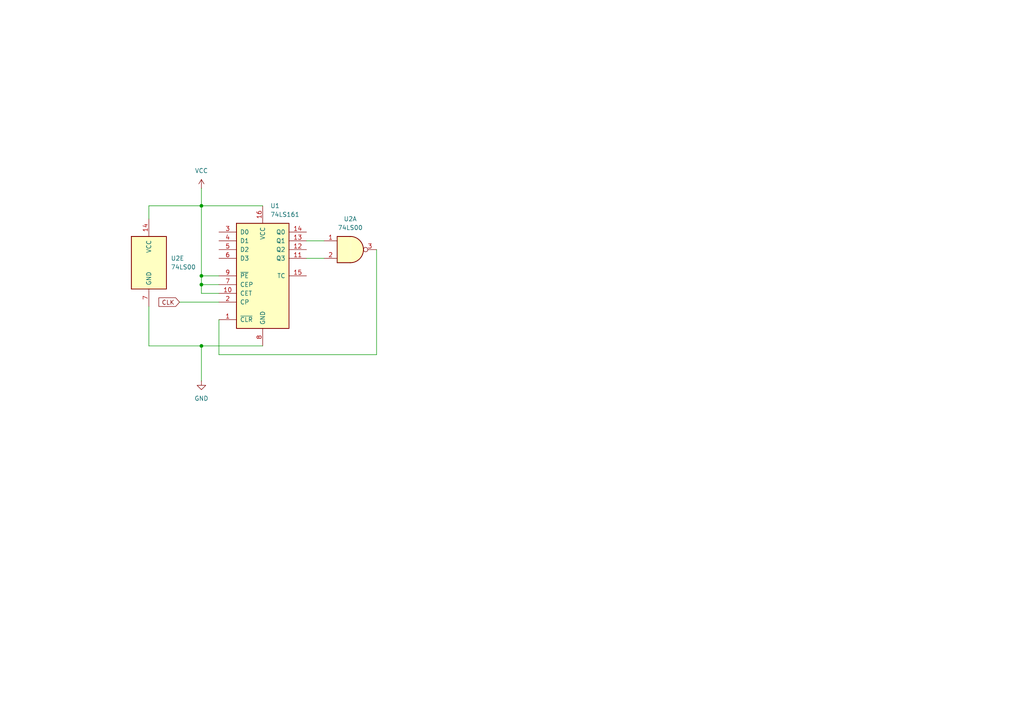
<source format=kicad_sch>
(kicad_sch (version 20231120) (generator "eeschema") (generator_version "8.0")
  (paper "A4")
  (lib_symbols
    (symbol "74xx:74LS00" (pin_names (offset 1.016))
      (property "Reference" "U" (at 0 1.27 0))
      (property "Value" "74LS00" (at 0 -1.27 0))
      (symbol "74LS00_1_1"
        (arc (start 0 -3.81) (mid 3.7934 0) (end 0 3.81) (stroke (width 0.254)) (fill (type background)))
        (polyline (pts (xy 0 3.81) (xy -3.81 3.81) (xy -3.81 -3.81) (xy 0 -3.81)) (stroke (width 0.254)) (fill (type background)))
        (pin input line (at -7.62 2.54 0) (length 3.81) (name "~") (number "1"))
        (pin input line (at -7.62 -2.54 0) (length 3.81) (name "~") (number "2"))
        (pin output inverted (at 7.62 0 180) (length 3.81) (name "~") (number "3"))
      )
      (symbol "74LS00_1_2"
        (arc (start -3.81 -3.81) (mid -2.589 0) (end -3.81 3.81) (stroke (width 0.254)))
        (arc (start -0.6096 -3.81) (mid 2.1842 -2.5851) (end 3.81 0) (stroke (width 0.254)) (fill (type background)))
        (polyline (pts (xy -3.81 -3.81) (xy -0.635 -3.81)) (stroke (width 0.254)) (fill (type background)))
        (polyline (pts (xy -3.81 3.81) (xy -0.635 3.81)) (stroke (width 0.254)) (fill (type background)))
        (polyline (pts (xy -0.635 3.81) (xy -3.81 3.81) (xy -3.81 3.81) (xy -3.556 3.4036) (xy -3.0226 2.2606) (xy -2.6924 1.0414) (xy -2.6162 -0.254) (xy -2.7686 -1.4986) (xy -3.175 -2.7178) (xy -3.81 -3.81) (xy -3.81 -3.81) (xy -0.635 -3.81)) (stroke (width -25.4)) (fill (type background)))
        (arc (start 3.81 0) (mid 2.1915 2.5936) (end -0.6096 3.81) (stroke (width 0.254)) (fill (type background)))
        (pin input inverted (at -7.62 2.54 0) (length 4.318) (name "~") (number "1"))
        (pin input inverted (at -7.62 -2.54 0) (length 4.318) (name "~") (number "2"))
        (pin output line (at 7.62 0 180) (length 3.81) (name "~") (number "3"))
      )
      (symbol "74LS00_2_1"
        (arc (start 0 -3.81) (mid 3.7934 0) (end 0 3.81) (stroke (width 0.254)) (fill (type background)))
        (polyline (pts (xy 0 3.81) (xy -3.81 3.81) (xy -3.81 -3.81) (xy 0 -3.81)) (stroke (width 0.254)) (fill (type background)))
        (pin input line (at -7.62 2.54 0) (length 3.81) (name "~") (number "4"))
        (pin input line (at -7.62 -2.54 0) (length 3.81) (name "~") (number "5"))
        (pin output inverted (at 7.62 0 180) (length 3.81) (name "~") (number "6"))
      )
      (symbol "74LS00_2_2"
        (arc (start -3.81 -3.81) (mid -2.589 0) (end -3.81 3.81) (stroke (width 0.254)))
        (arc (start -0.6096 -3.81) (mid 2.1842 -2.5851) (end 3.81 0) (stroke (width 0.254)) (fill (type background)))
        (polyline (pts (xy -3.81 -3.81) (xy -0.635 -3.81)) (stroke (width 0.254)) (fill (type background)))
        (polyline (pts (xy -3.81 3.81) (xy -0.635 3.81)) (stroke (width 0.254)) (fill (type background)))
        (polyline (pts (xy -0.635 3.81) (xy -3.81 3.81) (xy -3.81 3.81) (xy -3.556 3.4036) (xy -3.0226 2.2606) (xy -2.6924 1.0414) (xy -2.6162 -0.254) (xy -2.7686 -1.4986) (xy -3.175 -2.7178) (xy -3.81 -3.81) (xy -3.81 -3.81) (xy -0.635 -3.81)) (stroke (width -25.4)) (fill (type background)))
        (arc (start 3.81 0) (mid 2.1915 2.5936) (end -0.6096 3.81) (stroke (width 0.254)) (fill (type background)))
        (pin input inverted (at -7.62 2.54 0) (length 4.318) (name "~") (number "4"))
        (pin input inverted (at -7.62 -2.54 0) (length 4.318) (name "~") (number "5"))
        (pin output line (at 7.62 0 180) (length 3.81) (name "~") (number "6"))
      )
      (symbol "74LS00_3_1"
        (arc (start 0 -3.81) (mid 3.7934 0) (end 0 3.81) (stroke (width 0.254)) (fill (type background)))
        (polyline (pts (xy 0 3.81) (xy -3.81 3.81) (xy -3.81 -3.81) (xy 0 -3.81)) (stroke (width 0.254)) (fill (type background)))
        (pin input line (at -7.62 -2.54 0) (length 3.81) (name "~") (number "10"))
        (pin output inverted (at 7.62 0 180) (length 3.81) (name "~") (number "8"))
        (pin input line (at -7.62 2.54 0) (length 3.81) (name "~") (number "9"))
      )
      (symbol "74LS00_3_2"
        (arc (start -3.81 -3.81) (mid -2.589 0) (end -3.81 3.81) (stroke (width 0.254)))
        (arc (start -0.6096 -3.81) (mid 2.1842 -2.5851) (end 3.81 0) (stroke (width 0.254)) (fill (type background)))
        (polyline (pts (xy -3.81 -3.81) (xy -0.635 -3.81)) (stroke (width 0.254)) (fill (type background)))
        (polyline (pts (xy -3.81 3.81) (xy -0.635 3.81)) (stroke (width 0.254)) (fill (type background)))
        (polyline (pts (xy -0.635 3.81) (xy -3.81 3.81) (xy -3.81 3.81) (xy -3.556 3.4036) (xy -3.0226 2.2606) (xy -2.6924 1.0414) (xy -2.6162 -0.254) (xy -2.7686 -1.4986) (xy -3.175 -2.7178) (xy -3.81 -3.81) (xy -3.81 -3.81) (xy -0.635 -3.81)) (stroke (width -25.4)) (fill (type background)))
        (arc (start 3.81 0) (mid 2.1915 2.5936) (end -0.6096 3.81) (stroke (width 0.254)) (fill (type background)))
        (pin input inverted (at -7.62 -2.54 0) (length 4.318) (name "~") (number "10"))
        (pin output line (at 7.62 0 180) (length 3.81) (name "~") (number "8"))
        (pin input inverted (at -7.62 2.54 0) (length 4.318) (name "~") (number "9"))
      )
      (symbol "74LS00_4_1"
        (arc (start 0 -3.81) (mid 3.7934 0) (end 0 3.81) (stroke (width 0.254)) (fill (type background)))
        (polyline (pts (xy 0 3.81) (xy -3.81 3.81) (xy -3.81 -3.81) (xy 0 -3.81)) (stroke (width 0.254)) (fill (type background)))
        (pin output inverted (at 7.62 0 180) (length 3.81) (name "~") (number "11"))
        (pin input line (at -7.62 2.54 0) (length 3.81) (name "~") (number "12"))
        (pin input line (at -7.62 -2.54 0) (length 3.81) (name "~") (number "13"))
      )
      (symbol "74LS00_4_2"
        (arc (start -3.81 -3.81) (mid -2.589 0) (end -3.81 3.81) (stroke (width 0.254)))
        (arc (start -0.6096 -3.81) (mid 2.1842 -2.5851) (end 3.81 0) (stroke (width 0.254)) (fill (type background)))
        (polyline (pts (xy -3.81 -3.81) (xy -0.635 -3.81)) (stroke (width 0.254)) (fill (type background)))
        (polyline (pts (xy -3.81 3.81) (xy -0.635 3.81)) (stroke (width 0.254)) (fill (type background)))
        (polyline (pts (xy -0.635 3.81) (xy -3.81 3.81) (xy -3.81 3.81) (xy -3.556 3.4036) (xy -3.0226 2.2606) (xy -2.6924 1.0414) (xy -2.6162 -0.254) (xy -2.7686 -1.4986) (xy -3.175 -2.7178) (xy -3.81 -3.81) (xy -3.81 -3.81) (xy -0.635 -3.81)) (stroke (width -25.4)) (fill (type background)))
        (arc (start 3.81 0) (mid 2.1915 2.5936) (end -0.6096 3.81) (stroke (width 0.254)) (fill (type background)))
        (pin output line (at 7.62 0 180) (length 3.81) (name "~") (number "11"))
        (pin input inverted (at -7.62 2.54 0) (length 4.318) (name "~") (number "12"))
        (pin input inverted (at -7.62 -2.54 0) (length 4.318) (name "~") (number "13"))
      )
      (symbol "74LS00_5_0"
        (pin power_in line (at 0 12.7 270) (length 5.08) (name "VCC") (number "14"))
        (pin power_in line (at 0 -12.7 90) (length 5.08) (name "GND") (number "7"))
      )
      (symbol "74LS00_5_1"
        (rectangle (start -5.08 7.62) (end 5.08 -7.62) (stroke (width 0.254)) (fill (type background)))
      )
    )
    (symbol "74xx:74LS161" (pin_names (offset 1.016))
      (property "Reference" "U1" (at 2.1941 20.32 0))
      (property "Value" "74LS161" (at 2.1941 17.78 0))
      (symbol "74LS161_1_0"
        (pin input line (at -12.7 -12.7 0) (length 5.08) (name "~{CLR}") (number "1"))
        (pin input line (at -12.7 -5.08 0) (length 5.08) (name "CET") (number "10"))
        (pin output line (at 12.7 5.08 180) (length 5.08) (name "Q3") (number "11"))
        (pin output line (at 12.7 7.62 180) (length 5.08) (name "Q2") (number "12"))
        (pin output line (at 12.7 10.16 180) (length 5.08) (name "Q1") (number "13"))
        (pin output line (at 12.7 12.7 180) (length 5.08) (name "Q0") (number "14"))
        (pin output line (at 12.7 0 180) (length 5.08) (name "TC") (number "15"))
        (pin power_in line (at 0 20.32 270) (length 5.08) (name "VCC") (number "16"))
        (pin input line (at -12.7 -7.62 0) (length 5.08) (name "CP") (number "2"))
        (pin input line (at -12.7 12.7 0) (length 5.08) (name "D0") (number "3"))
        (pin input line (at -12.7 10.16 0) (length 5.08) (name "D1") (number "4"))
        (pin input line (at -12.7 7.62 0) (length 5.08) (name "D2") (number "5"))
        (pin input line (at -12.7 5.08 0) (length 5.08) (name "D3") (number "6"))
        (pin input line (at -12.7 -2.54 0) (length 5.08) (name "CEP") (number "7"))
        (pin power_in line (at 0 -20.32 90) (length 5.08) (name "GND") (number "8"))
        (pin input line (at -12.7 0 0) (length 5.08) (name "~{PE}") (number "9"))
      )
      (symbol "74LS161_1_1"
        (rectangle (start -7.62 15.24) (end 7.62 -15.24) (stroke (width 0.254)) (fill (type background)))
      )
    )
    (symbol "power:GND" (power) (pin_numbers hide) (pin_names (offset 0) hide)
      (property "Value" "GND" (at 0 -3.81 0))
      (symbol "GND_0_1"
        (polyline (pts (xy 0 0) (xy 0 -1.27) (xy 1.27 -1.27) (xy 0 -2.54) (xy -1.27 -1.27) (xy 0 -1.27)))
      )
      (symbol "GND_1_1"
        (pin power_in line (at 0 0 270) (length 0) (name "~") (number "1"))
      )
    )
    (symbol "power:VCC" (power) (pin_numbers hide) (pin_names (offset 0) hide)
      (property "Value" "VCC" (at 0 3.556 0))
      (symbol "VCC_0_1"
        (polyline (pts (xy -0.762 1.27) (xy 0 2.54)))
        (polyline (pts (xy 0 0) (xy 0 2.54)))
        (polyline (pts (xy 0 2.54) (xy 0.762 1.27)))
      )
      (symbol "VCC_1_1"
        (pin power_in line (at 0 0 90) (length 0) (name "~") (number "1"))
      )
    )
  )
  (junction (at 58.42 59.69))
  (junction (at 58.42 80.01))
  (junction (at 58.42 100.33))
  (junction (at 58.42 82.55))
  (wire (pts (xy 58.42 80.01) (xy 63.5 80.01)))
  (wire (pts (xy 109.22 72.39) (xy 109.22 102.87)))
  (wire (pts (xy 63.5 102.87) (xy 63.5 92.71)))
  (wire (pts (xy 58.42 110.49) (xy 58.42 100.33)))
  (wire (pts (xy 52.07 87.63) (xy 63.5 87.63)))
  (wire (pts (xy 43.18 63.5) (xy 43.18 59.69)))
  (wire (pts (xy 43.18 88.9) (xy 43.18 100.33)))
  (wire (pts (xy 58.42 80.01) (xy 58.42 82.55)))
  (wire (pts (xy 109.22 102.87) (xy 63.5 102.87)))
  (wire (pts (xy 63.5 85.09) (xy 58.42 85.09)))
  (wire (pts (xy 58.42 82.55) (xy 63.5 82.55)))
  (wire (pts (xy 58.42 82.55) (xy 58.42 85.09)))
  (wire (pts (xy 88.9 69.85) (xy 93.98 69.85)))
  (wire (pts (xy 58.42 59.69) (xy 58.42 80.01)))
  (wire (pts (xy 58.42 54.61) (xy 58.42 59.69)))
  (wire (pts (xy 88.9 74.93) (xy 93.98 74.93)))
  (wire (pts (xy 58.42 59.69) (xy 76.2 59.69)))
  (wire (pts (xy 43.18 100.33) (xy 58.42 100.33)))
  (wire (pts (xy 43.18 59.69) (xy 58.42 59.69)))
  (wire (pts (xy 58.42 100.33) (xy 76.2 100.33)))
  (global_label "CLK" (shape input) (at 52.07 87.63 180) (property "Intersheetrefs" "${INTERSHEET_REFS}" (effects (hide yes))))
  (symbol (lib_id "power:GND") (at 58.42 110.49 0) (unit 1)
    (property "Reference" "#PWR01" (effects (hide yes)))
    (property "Value" "GND" (at 58.42 115.57 0))
    (property "Description" "Power symbol creates a global label with name \"GND\" , ground" (effects (hide yes)))
  )
  (symbol (lib_id "power:VCC") (at 58.42 54.61 0) (unit 1)
    (property "Reference" "#PWR02" (effects (hide yes)))
    (property "Value" "VCC" (at 58.42 49.53 0))
    (property "Description" "Power symbol creates a global label with name \"VCC\"" (effects (hide yes)))
  )
  (symbol (lib_id "74xx:74LS161") (at 76.2 80.01 0) (unit 1)
    (property "Reference" "U1" (at 78.3941 59.69 0) (effects (justify left)))
    (property "Value" "74LS161" (at 78.3941 62.23 0) (effects (justify left)))
    (property "Datasheet" "http://www.ti.com/lit/gpn/sn74LS161" (effects (hide yes)))
    (property "Description" "Synchronous 4-bit programmable binary Counter" (effects (hide yes)))
  )
  (symbol (lib_id "74xx:74LS00") (at 101.6 72.39 0) (unit 1)
    (property "Reference" "U2" (at 101.5917 63.5 0))
    (property "Value" "74LS00" (at 101.5917 66.04 0))
    (property "Datasheet" "http://www.ti.com/lit/gpn/sn74ls00" (effects (hide yes)))
    (property "Description" "quad 2-input NAND gate" (effects (hide yes)))
  )
  (symbol (lib_id "74xx:74LS00") (at 43.18 76.2 0) (unit 5)
    (property "Reference" "U2" (at 49.53 74.9299 0) (effects (justify left)))
    (property "Value" "74LS00" (at 49.53 77.4699 0) (effects (justify left)))
    (property "Datasheet" "http://www.ti.com/lit/gpn/sn74ls00" (effects (hide yes)))
    (property "Description" "quad 2-input NAND gate" (effects (hide yes)))
  )
)
</source>
